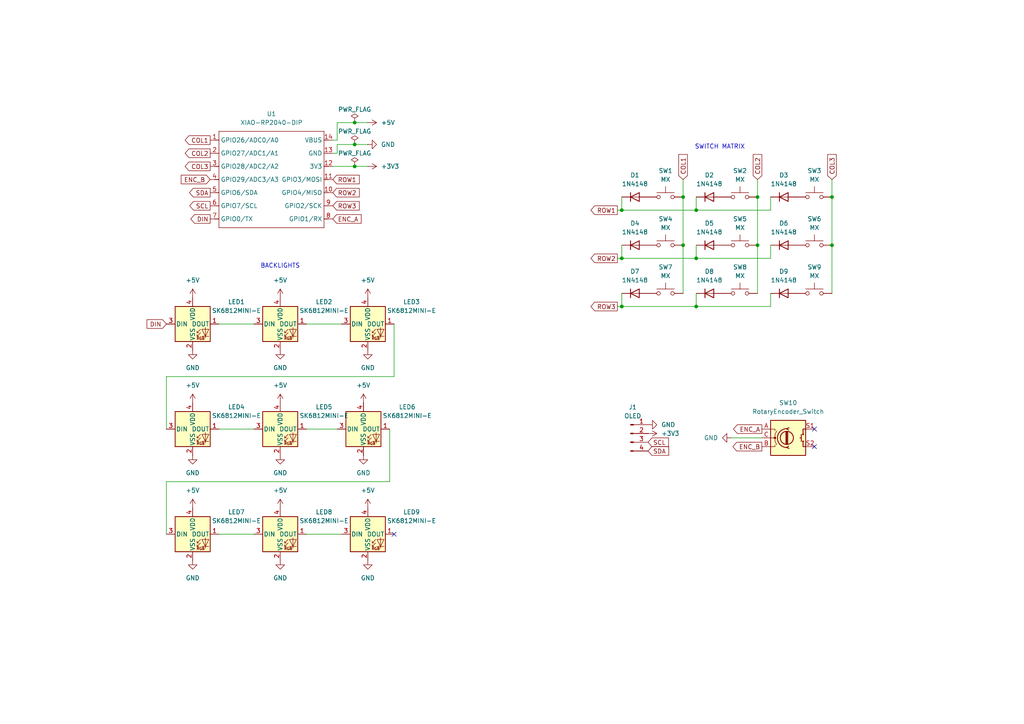
<source format=kicad_sch>
(kicad_sch (version 20250114) (generator "eeschema") (generator_version "9.0")
  (paper "A4")
  (title_block (title "Froskeys") (date "2025-06-22") (rev "1") (company "Frosetrain"))
  (lib_symbols
    (symbol "Connector:Conn_01x04_Pin" (pin_names (offset 1.016) (hide yes))
      (property "Reference" "J" (at 0 5.08 0))
      (property "Value" "Conn_01x04_Pin" (at 0 -7.62 0))
      (symbol "Conn_01x04_Pin_1_1"
        (rectangle (start 0.8636 2.667) (end 0 2.413) (stroke (width 0.1524)) (fill (type outline)))
        (rectangle (start 0.8636 0.127) (end 0 -0.127) (stroke (width 0.1524)) (fill (type outline)))
        (rectangle (start 0.8636 -2.413) (end 0 -2.667) (stroke (width 0.1524)) (fill (type outline)))
        (rectangle (start 0.8636 -4.953) (end 0 -5.207) (stroke (width 0.1524)) (fill (type outline)))
        (polyline (pts (xy 1.27 2.54) (xy 0.8636 2.54)) (stroke (width 0.1524)))
        (polyline (pts (xy 1.27 0) (xy 0.8636 0)) (stroke (width 0.1524)))
        (polyline (pts (xy 1.27 -2.54) (xy 0.8636 -2.54)) (stroke (width 0.1524)))
        (polyline (pts (xy 1.27 -5.08) (xy 0.8636 -5.08)) (stroke (width 0.1524)))
        (pin passive line (at 5.08 2.54 180) (length 3.81) (name "Pin_1") (number "1"))
        (pin passive line (at 5.08 0 180) (length 3.81) (name "Pin_2") (number "2"))
        (pin passive line (at 5.08 -2.54 180) (length 3.81) (name "Pin_3") (number "3"))
        (pin passive line (at 5.08 -5.08 180) (length 3.81) (name "Pin_4") (number "4"))
      )
    )
    (symbol "Device:RotaryEncoder_Switch" (pin_names (offset 0.254) (hide yes))
      (property "Reference" "SW" (at 0 6.604 0))
      (property "Value" "RotaryEncoder_Switch" (at 0 -6.604 0))
      (symbol "RotaryEncoder_Switch_0_1"
        (rectangle (start -5.08 5.08) (end 5.08 -5.08) (stroke (width 0.254)) (fill (type background)))
        (polyline (pts (xy -5.08 2.54) (xy -3.81 2.54) (xy -3.81 2.032)))
        (polyline (pts (xy -5.08 0) (xy -3.81 0) (xy -3.81 -1.016) (xy -3.302 -2.032)))
        (polyline (pts (xy -5.08 -2.54) (xy -3.81 -2.54) (xy -3.81 -2.032)))
        (polyline (pts (xy -4.318 0) (xy -3.81 0) (xy -3.81 1.016) (xy -3.302 2.032)))
        (circle (center -3.81 0) (radius 0.254) (fill (type outline)))
        (polyline (pts (xy -0.635 -1.778) (xy -0.635 1.778)) (stroke (width 0.254)))
        (circle (center -0.381 0) (radius 1.905) (stroke (width 0.254)))
        (polyline (pts (xy -0.381 -1.778) (xy -0.381 1.778)) (stroke (width 0.254)))
        (arc (start -0.381 -2.794) (mid -3.0988 -0.0635) (end -0.381 2.667) (stroke (width 0.254)))
        (polyline (pts (xy -0.127 1.778) (xy -0.127 -1.778)) (stroke (width 0.254)))
        (polyline (pts (xy 0.254 2.921) (xy -0.508 2.667) (xy 0.127 2.286)) (stroke (width 0.254)))
        (polyline (pts (xy 0.254 -3.048) (xy -0.508 -2.794) (xy 0.127 -2.413)) (stroke (width 0.254)))
        (polyline (pts (xy 3.81 1.016) (xy 3.81 -1.016)) (stroke (width 0.254)))
        (polyline (pts (xy 3.81 0) (xy 3.429 0)) (stroke (width 0.254)))
        (circle (center 4.318 1.016) (radius 0.127) (stroke (width 0.254)))
        (circle (center 4.318 -1.016) (radius 0.127) (stroke (width 0.254)))
        (polyline (pts (xy 5.08 2.54) (xy 4.318 2.54) (xy 4.318 1.016)) (stroke (width 0.254)))
        (polyline (pts (xy 5.08 -2.54) (xy 4.318 -2.54) (xy 4.318 -1.016)) (stroke (width 0.254)))
      )
      (symbol "RotaryEncoder_Switch_1_1"
        (pin passive line (at -7.62 2.54 0) (length 2.54) (name "A") (number "A"))
        (pin passive line (at -7.62 0 0) (length 2.54) (name "C") (number "C"))
        (pin passive line (at -7.62 -2.54 0) (length 2.54) (name "B") (number "B"))
        (pin passive line (at 7.62 2.54 180) (length 2.54) (name "S1") (number "S1"))
        (pin passive line (at 7.62 -2.54 180) (length 2.54) (name "S2") (number "S2"))
      )
    )
    (symbol "Diode:1N4148" (pin_numbers (hide yes)) (pin_names (hide yes))
      (property "Reference" "D" (at 0 2.54 0))
      (property "Value" "1N4148" (at 0 -2.54 0))
      (symbol "1N4148_0_1"
        (polyline (pts (xy -1.27 1.27) (xy -1.27 -1.27)) (stroke (width 0.254)))
        (polyline (pts (xy 1.27 1.27) (xy 1.27 -1.27) (xy -1.27 0) (xy 1.27 1.27)) (stroke (width 0.254)))
        (polyline (pts (xy 1.27 0) (xy -1.27 0)))
      )
      (symbol "1N4148_1_1"
        (pin passive line (at -3.81 0 0) (length 2.54) (name "K") (number "1"))
        (pin passive line (at 3.81 0 180) (length 2.54) (name "A") (number "2"))
      )
    )
    (symbol "LED:SK6812MINI" (pin_names (offset 0.254))
      (property "Reference" "D" (at 5.08 5.715 0))
      (property "Value" "SK6812MINI" (at 1.27 -5.715 0))
      (symbol "SK6812MINI_0_0"
        (text "RGB" (at 2.286 -4.191 0) (effects (font (size 0.762 0.762))))
      )
      (symbol "SK6812MINI_0_1"
        (polyline (pts (xy 1.27 -2.54) (xy 1.778 -2.54)))
        (polyline (pts (xy 1.27 -3.556) (xy 1.778 -3.556)))
        (polyline (pts (xy 2.286 -1.524) (xy 1.27 -2.54) (xy 1.27 -2.032)))
        (polyline (pts (xy 2.286 -2.54) (xy 1.27 -3.556) (xy 1.27 -3.048)))
        (polyline (pts (xy 3.683 -1.016) (xy 3.683 -3.556) (xy 3.683 -4.064)))
        (polyline (pts (xy 4.699 -1.524) (xy 2.667 -1.524) (xy 3.683 -3.556) (xy 4.699 -1.524)))
        (polyline (pts (xy 4.699 -3.556) (xy 2.667 -3.556)))
        (rectangle (start 5.08 5.08) (end -5.08 -5.08) (stroke (width 0.254)) (fill (type background)))
      )
      (symbol "SK6812MINI_1_1"
        (pin input line (at -7.62 0 0) (length 2.54) (name "DIN") (number "3"))
        (pin power_in line (at 0 7.62 270) (length 2.54) (name "VDD") (number "4"))
        (pin power_in line (at 0 -7.62 90) (length 2.54) (name "VSS") (number "2"))
        (pin output line (at 7.62 0 180) (length 2.54) (name "DOUT") (number "1"))
      )
    )
    (symbol "OPL:XIAO-RP2040-DIP"
      (property "Reference" "U" (at 0 0 0))
      (property "Value" "XIAO-RP2040-DIP" (at 5.334 -1.778 0))
      (symbol "XIAO-RP2040-DIP_1_0"
        (polyline (pts (xy -1.27 -2.54) (xy 29.21 -2.54)) (stroke (width 0.1524)))
        (polyline (pts (xy -1.27 -5.08) (xy -2.54 -5.08)) (stroke (width 0.1524)))
        (polyline (pts (xy -1.27 -5.08) (xy -1.27 -2.54)) (stroke (width 0.1524)))
        (polyline (pts (xy -1.27 -8.89) (xy -2.54 -8.89)) (stroke (width 0.1524)))
        (polyline (pts (xy -1.27 -8.89) (xy -1.27 -5.08)) (stroke (width 0.1524)))
        (polyline (pts (xy -1.27 -12.7) (xy -2.54 -12.7)) (stroke (width 0.1524)))
        (polyline (pts (xy -1.27 -12.7) (xy -1.27 -8.89)) (stroke (width 0.1524)))
        (polyline (pts (xy -1.27 -16.51) (xy -2.54 -16.51)) (stroke (width 0.1524)))
        (polyline (pts (xy -1.27 -16.51) (xy -1.27 -12.7)) (stroke (width 0.1524)))
        (polyline (pts (xy -1.27 -20.32) (xy -2.54 -20.32)) (stroke (width 0.1524)))
        (polyline (pts (xy -1.27 -24.13) (xy -2.54 -24.13)) (stroke (width 0.1524)))
        (polyline (pts (xy -1.27 -27.94) (xy -2.54 -27.94)) (stroke (width 0.1524)))
        (polyline (pts (xy -1.27 -30.48) (xy -1.27 -16.51)) (stroke (width 0.1524)))
        (polyline (pts (xy 29.21 -2.54) (xy 29.21 -5.08)) (stroke (width 0.1524)))
        (polyline (pts (xy 29.21 -5.08) (xy 29.21 -8.89)) (stroke (width 0.1524)))
        (polyline (pts (xy 29.21 -8.89) (xy 29.21 -12.7)) (stroke (width 0.1524)))
        (polyline (pts (xy 29.21 -12.7) (xy 29.21 -30.48)) (stroke (width 0.1524)))
        (polyline (pts (xy 29.21 -30.48) (xy -1.27 -30.48)) (stroke (width 0.1524)))
        (polyline (pts (xy 30.48 -5.08) (xy 29.21 -5.08)) (stroke (width 0.1524)))
        (polyline (pts (xy 30.48 -8.89) (xy 29.21 -8.89)) (stroke (width 0.1524)))
        (polyline (pts (xy 30.48 -12.7) (xy 29.21 -12.7)) (stroke (width 0.1524)))
        (polyline (pts (xy 30.48 -16.51) (xy 29.21 -16.51)) (stroke (width 0.1524)))
        (polyline (pts (xy 30.48 -20.32) (xy 29.21 -20.32)) (stroke (width 0.1524)))
        (polyline (pts (xy 30.48 -24.13) (xy 29.21 -24.13)) (stroke (width 0.1524)))
        (polyline (pts (xy 30.48 -27.94) (xy 29.21 -27.94)) (stroke (width 0.1524)))
        (pin passive line (at -3.81 -5.08 0) (length 2.54) (name "GPIO26/ADC0/A0") (number "1"))
        (pin passive line (at -3.81 -8.89 0) (length 2.54) (name "GPIO27/ADC1/A1") (number "2"))
        (pin passive line (at -3.81 -12.7 0) (length 2.54) (name "GPIO28/ADC2/A2") (number "3"))
        (pin passive line (at -3.81 -16.51 0) (length 2.54) (name "GPIO29/ADC3/A3") (number "4"))
        (pin passive line (at -3.81 -20.32 0) (length 2.54) (name "GPIO6/SDA") (number "5"))
        (pin passive line (at -3.81 -24.13 0) (length 2.54) (name "GPIO7/SCL") (number "6"))
        (pin passive line (at -3.81 -27.94 0) (length 2.54) (name "GPIO0/TX") (number "7"))
        (pin passive line (at 31.75 -5.08 180) (length 2.54) (name "VBUS") (number "14"))
        (pin passive line (at 31.75 -8.89 180) (length 2.54) (name "GND") (number "13"))
        (pin passive line (at 31.75 -12.7 180) (length 2.54) (name "3V3") (number "12"))
        (pin passive line (at 31.75 -16.51 180) (length 2.54) (name "GPIO3/MOSI") (number "11"))
        (pin passive line (at 31.75 -20.32 180) (length 2.54) (name "GPIO4/MISO") (number "10"))
        (pin passive line (at 31.75 -24.13 180) (length 2.54) (name "GPIO2/SCK") (number "9"))
        (pin passive line (at 31.75 -27.94 180) (length 2.54) (name "GPIO1/RX") (number "8"))
      )
    )
    (symbol "Switch:SW_Push" (pin_numbers (hide yes)) (pin_names (offset 1.016) (hide yes))
      (property "Reference" "SW" (at 1.27 2.54 0))
      (property "Value" "SW_Push" (at 0 -1.524 0))
      (symbol "SW_Push_0_1"
        (circle (center -2.032 0) (radius 0.508))
        (polyline (pts (xy 0 1.27) (xy 0 3.048)))
        (circle (center 2.032 0) (radius 0.508))
        (polyline (pts (xy 2.54 1.27) (xy -2.54 1.27)))
        (pin passive line (at -5.08 0 0) (length 2.54) (name "1") (number "1"))
        (pin passive line (at 5.08 0 180) (length 2.54) (name "2") (number "2"))
      )
    )
    (symbol "power:+3V3" (power) (pin_numbers (hide yes)) (pin_names (offset 0) (hide yes))
      (property "Value" "+3V3" (at 0 3.556 0))
      (symbol "+3V3_0_1"
        (polyline (pts (xy -0.762 1.27) (xy 0 2.54)))
        (polyline (pts (xy 0 2.54) (xy 0.762 1.27)))
        (polyline (pts (xy 0 0) (xy 0 2.54)))
      )
      (symbol "+3V3_1_1"
        (pin power_in line (at 0 0 90) (length 0) (name "~") (number "1"))
      )
    )
    (symbol "power:+5V" (power) (pin_numbers (hide yes)) (pin_names (offset 0) (hide yes))
      (property "Value" "+5V" (at 0 3.556 0))
      (symbol "+5V_0_1"
        (polyline (pts (xy -0.762 1.27) (xy 0 2.54)))
        (polyline (pts (xy 0 2.54) (xy 0.762 1.27)))
        (polyline (pts (xy 0 0) (xy 0 2.54)))
      )
      (symbol "+5V_1_1"
        (pin power_in line (at 0 0 90) (length 0) (name "~") (number "1"))
      )
    )
    (symbol "power:GND" (power) (pin_numbers (hide yes)) (pin_names (offset 0) (hide yes))
      (property "Value" "GND" (at 0 -3.81 0))
      (symbol "GND_0_1"
        (polyline (pts (xy 0 0) (xy 0 -1.27) (xy 1.27 -1.27) (xy 0 -2.54) (xy -1.27 -1.27) (xy 0 -1.27)))
      )
      (symbol "GND_1_1"
        (pin power_in line (at 0 0 270) (length 0) (name "~") (number "1"))
      )
    )
    (symbol "power:PWR_FLAG" (power) (pin_numbers (hide yes)) (pin_names (offset 0) (hide yes))
      (property "Value" "PWR_FLAG" (at 0 3.81 0))
      (symbol "PWR_FLAG_0_0"
        (pin power_out line (at 0 0 90) (length 0) (name "~") (number "1"))
      )
      (symbol "PWR_FLAG_0_1"
        (polyline (pts (xy 0 0) (xy 0 1.27) (xy -1.016 1.905) (xy 0 2.54) (xy 1.016 1.905) (xy 0 1.27)))
      )
    )
  )
  (text "SWITCH MATRIX" (at 208.788 42.672 0) (effects (font (size 1.27 1.27))))
  (text "BACKLIGHTS" (at 81.28 77.216 0) (effects (font (size 1.27 1.27))))
  (junction (at 102.87 35.56))
  (junction (at 180.34 74.93))
  (junction (at 201.93 60.96))
  (junction (at 219.71 71.12))
  (junction (at 219.71 57.15))
  (junction (at 198.12 71.12))
  (junction (at 102.87 41.91))
  (junction (at 241.3 57.15))
  (junction (at 201.93 88.9))
  (junction (at 201.93 74.93))
  (junction (at 241.3 71.12))
  (junction (at 180.34 60.96))
  (junction (at 102.87 48.26))
  (junction (at 180.34 88.9))
  (junction (at 198.12 57.15))
  (no_connect (at 236.22 124.46))
  (no_connect (at 114.3 154.94))
  (no_connect (at 236.22 129.54))
  (wire (pts (xy 63.5 154.94) (xy 73.66 154.94)))
  (wire (pts (xy 223.52 74.93) (xy 201.93 74.93)))
  (wire (pts (xy 97.79 40.64) (xy 96.52 40.64)))
  (wire (pts (xy 223.52 88.9) (xy 201.93 88.9)))
  (wire (pts (xy 102.87 41.91) (xy 97.79 41.91)))
  (wire (pts (xy 198.12 52.07) (xy 198.12 57.15)))
  (wire (pts (xy 97.79 35.56) (xy 97.79 40.64)))
  (wire (pts (xy 201.93 60.96) (xy 180.34 60.96)))
  (wire (pts (xy 113.03 124.46) (xy 113.03 139.7)))
  (wire (pts (xy 223.52 60.96) (xy 201.93 60.96)))
  (wire (pts (xy 241.3 57.15) (xy 241.3 52.07)))
  (wire (pts (xy 102.87 35.56) (xy 97.79 35.56)))
  (wire (pts (xy 48.26 109.22) (xy 48.26 124.46)))
  (wire (pts (xy 106.68 35.56) (xy 102.87 35.56)))
  (wire (pts (xy 223.52 71.12) (xy 223.52 74.93)))
  (wire (pts (xy 88.9 154.94) (xy 99.06 154.94)))
  (wire (pts (xy 223.52 85.09) (xy 223.52 88.9)))
  (wire (pts (xy 201.93 88.9) (xy 180.34 88.9)))
  (wire (pts (xy 201.93 74.93) (xy 180.34 74.93)))
  (wire (pts (xy 48.26 154.94) (xy 48.26 139.7)))
  (wire (pts (xy 97.79 44.45) (xy 96.52 44.45)))
  (wire (pts (xy 179.07 60.96) (xy 180.34 60.96)))
  (wire (pts (xy 223.52 57.15) (xy 223.52 60.96)))
  (wire (pts (xy 219.71 71.12) (xy 219.71 57.15)))
  (wire (pts (xy 88.9 93.98) (xy 99.06 93.98)))
  (wire (pts (xy 114.3 109.22) (xy 48.26 109.22)))
  (wire (pts (xy 88.9 124.46) (xy 97.79 124.46)))
  (wire (pts (xy 201.93 85.09) (xy 201.93 88.9)))
  (wire (pts (xy 96.52 48.26) (xy 102.87 48.26)))
  (wire (pts (xy 179.07 88.9) (xy 180.34 88.9)))
  (wire (pts (xy 180.34 85.09) (xy 180.34 88.9)))
  (wire (pts (xy 219.71 85.09) (xy 219.71 71.12)))
  (wire (pts (xy 180.34 71.12) (xy 180.34 74.93)))
  (wire (pts (xy 198.12 71.12) (xy 198.12 57.15)))
  (wire (pts (xy 241.3 85.09) (xy 241.3 71.12)))
  (wire (pts (xy 179.07 74.93) (xy 180.34 74.93)))
  (wire (pts (xy 219.71 52.07) (xy 219.71 57.15)))
  (wire (pts (xy 212.09 127) (xy 220.98 127)))
  (wire (pts (xy 106.68 41.91) (xy 102.87 41.91)))
  (wire (pts (xy 48.26 139.7) (xy 113.03 139.7)))
  (wire (pts (xy 63.5 124.46) (xy 73.66 124.46)))
  (wire (pts (xy 201.93 57.15) (xy 201.93 60.96)))
  (wire (pts (xy 180.34 57.15) (xy 180.34 60.96)))
  (wire (pts (xy 97.79 41.91) (xy 97.79 44.45)))
  (wire (pts (xy 63.5 93.98) (xy 73.66 93.98)))
  (wire (pts (xy 241.3 71.12) (xy 241.3 57.15)))
  (wire (pts (xy 114.3 93.98) (xy 114.3 109.22)))
  (wire (pts (xy 102.87 48.26) (xy 106.68 48.26)))
  (wire (pts (xy 201.93 71.12) (xy 201.93 74.93)))
  (wire (pts (xy 198.12 85.09) (xy 198.12 71.12)))
  (global_label "ROW3" (shape output) (at 179.07 88.9 180) (property "Intersheetrefs" "${INTERSHEET_REFS}" (effects (hide yes))))
  (global_label "ENC_A" (shape input) (at 96.52 63.5 0) (property "Intersheetrefs" "${INTERSHEET_REFS}" (effects (hide yes))))
  (global_label "SCL" (shape output) (at 60.96 59.69 180) (property "Intersheetrefs" "${INTERSHEET_REFS}" (effects (hide yes))))
  (global_label "ENC_B" (shape output) (at 220.98 129.54 180) (property "Intersheetrefs" "${INTERSHEET_REFS}" (effects (hide yes))))
  (global_label "ROW2" (shape output) (at 179.07 74.93 180) (property "Intersheetrefs" "${INTERSHEET_REFS}" (effects (hide yes))))
  (global_label "ROW3" (shape input) (at 96.52 59.69 0) (property "Intersheetrefs" "${INTERSHEET_REFS}" (effects (hide yes))))
  (global_label "SDA" (shape output) (at 60.96 55.88 180) (property "Intersheetrefs" "${INTERSHEET_REFS}" (effects (hide yes))))
  (global_label "DIN" (shape output) (at 60.96 63.5 180) (property "Intersheetrefs" "${INTERSHEET_REFS}" (effects (hide yes))))
  (global_label "SDA" (shape input) (at 187.96 130.81 0) (property "Intersheetrefs" "${INTERSHEET_REFS}" (effects (hide yes))))
  (global_label "COL1" (shape input) (at 198.12 52.07 90) (property "Intersheetrefs" "${INTERSHEET_REFS}" (effects (hide yes))))
  (global_label "COL3" (shape input) (at 241.3 52.07 90) (property "Intersheetrefs" "${INTERSHEET_REFS}" (effects (hide yes))))
  (global_label "COL3" (shape output) (at 60.96 48.26 180) (property "Intersheetrefs" "${INTERSHEET_REFS}" (effects (hide yes))))
  (global_label "COL2" (shape input) (at 219.71 52.07 90) (property "Intersheetrefs" "${INTERSHEET_REFS}" (effects (hide yes))))
  (global_label "ENC_A" (shape output) (at 220.98 124.46 180) (property "Intersheetrefs" "${INTERSHEET_REFS}" (effects (hide yes))))
  (global_label "DIN" (shape input) (at 48.26 93.98 180) (property "Intersheetrefs" "${INTERSHEET_REFS}" (effects (hide yes))))
  (global_label "SCL" (shape input) (at 187.96 128.27 0) (property "Intersheetrefs" "${INTERSHEET_REFS}" (effects (hide yes))))
  (global_label "ROW1" (shape input) (at 96.52 52.07 0) (property "Intersheetrefs" "${INTERSHEET_REFS}" (effects (hide yes))))
  (global_label "ROW1" (shape output) (at 179.07 60.96 180) (property "Intersheetrefs" "${INTERSHEET_REFS}" (effects (hide yes))))
  (global_label "ROW2" (shape input) (at 96.52 55.88 0) (property "Intersheetrefs" "${INTERSHEET_REFS}" (effects (hide yes))))
  (global_label "ENC_B" (shape input) (at 60.96 52.07 180) (property "Intersheetrefs" "${INTERSHEET_REFS}" (effects (hide yes))))
  (global_label "COL2" (shape output) (at 60.96 44.45 180) (property "Intersheetrefs" "${INTERSHEET_REFS}" (effects (hide yes))))
  (global_label "COL1" (shape output) (at 60.96 40.64 180) (property "Intersheetrefs" "${INTERSHEET_REFS}" (effects (hide yes))))
  (symbol (lib_id "power:GND") (at 187.96 123.19 90) (unit 1)
    (property "Reference" "#PWR03" (effects (hide yes)))
    (property "Value" "GND" (at 191.77 123.1899 90) (effects (justify right)))
    (property "Description" "Power symbol creates a global label with name \"GND\" , ground" (effects (hide yes)))
  )
  (symbol (lib_id "power:GND") (at 105.41 132.08 0) (unit 1)
    (property "Reference" "#PWR017" (effects (hide yes)))
    (property "Value" "GND" (at 105.41 137.16 0))
    (property "Description" "Power symbol creates a global label with name \"GND\" , ground" (effects (hide yes)))
  )
  (symbol (lib_id "LED:SK6812MINI") (at 105.41 124.46 0) (unit 1)
    (property "Reference" "LED6" (at 118.11 118.0398 0))
    (property "Value" "SK6812MINI-E" (at 118.11 120.5798 0))
    (property "Footprint" "Keyboard Parts:MX_SK6812MINI-E" (effects (hide yes)))
    (property "Datasheet" "https://cdn-shop.adafruit.com/product-files/2686/SK6812MINI_REV.01-1-2.pdf" (effects (hide yes)))
    (property "Description" "RGB LED with integrated controller" (effects (hide yes)))
  )
  (symbol (lib_id "power:PWR_FLAG") (at 102.87 41.91 0) (unit 1)
    (property "Reference" "#FLG02" (effects (hide yes)))
    (property "Value" "PWR_FLAG" (at 102.87 38.1 0))
    (property "Description" "Special symbol for telling ERC where power comes from" (effects (hide yes)))
  )
  (symbol (lib_id "Diode:1N4148") (at 184.15 57.15 0) (unit 1)
    (property "Reference" "D1" (at 184.15 50.8 0))
    (property "Value" "1N4148" (at 184.15 53.34 0))
    (property "Footprint" "Diode_THT:D_DO-35_SOD27_P7.62mm_Horizontal" (effects (hide yes)))
    (property "Datasheet" "https://assets.nexperia.com/documents/data-sheet/1N4148_1N4448.pdf" (effects (hide yes)))
    (property "Description" "100V 0.15A standard switching diode, DO-35" (effects (hide yes)))
    (property "Sim.Device" "D" (effects (hide yes)))
    (property "Sim.Pins" "1=K 2=A" (effects (hide yes)))
  )
  (symbol (lib_id "LED:SK6812MINI") (at 55.88 93.98 0) (unit 1)
    (property "Reference" "LED1" (at 68.58 87.5598 0))
    (property "Value" "SK6812MINI-E" (at 68.58 90.0998 0))
    (property "Footprint" "Keyboard Parts:MX_SK6812MINI-E" (effects (hide yes)))
    (property "Datasheet" "https://cdn-shop.adafruit.com/product-files/2686/SK6812MINI_REV.01-1-2.pdf" (effects (hide yes)))
    (property "Description" "RGB LED with integrated controller" (effects (hide yes)))
  )
  (symbol (lib_id "LED:SK6812MINI") (at 106.68 93.98 0) (unit 1)
    (property "Reference" "LED3" (at 119.38 87.5598 0))
    (property "Value" "SK6812MINI-E" (at 119.38 90.0998 0))
    (property "Footprint" "Keyboard Parts:MX_SK6812MINI-E" (effects (hide yes)))
    (property "Datasheet" "https://cdn-shop.adafruit.com/product-files/2686/SK6812MINI_REV.01-1-2.pdf" (effects (hide yes)))
    (property "Description" "RGB LED with integrated controller" (effects (hide yes)))
  )
  (symbol (lib_id "power:+5V") (at 81.28 86.36 0) (unit 1)
    (property "Reference" "#PWR06" (effects (hide yes)))
    (property "Value" "+5V" (at 81.28 81.28 0))
    (property "Description" "Power symbol creates a global label with name \"+5V\"" (effects (hide yes)))
  )
  (symbol (lib_id "Diode:1N4148") (at 205.74 57.15 0) (unit 1)
    (property "Reference" "D2" (at 205.74 50.8 0))
    (property "Value" "1N4148" (at 205.74 53.34 0))
    (property "Footprint" "Diode_THT:D_DO-35_SOD27_P7.62mm_Horizontal" (effects (hide yes)))
    (property "Datasheet" "https://assets.nexperia.com/documents/data-sheet/1N4148_1N4448.pdf" (effects (hide yes)))
    (property "Description" "100V 0.15A standard switching diode, DO-35" (effects (hide yes)))
    (property "Sim.Device" "D" (effects (hide yes)))
    (property "Sim.Pins" "1=K 2=A" (effects (hide yes)))
  )
  (symbol (lib_id "Switch:SW_Push") (at 214.63 57.15 0) (unit 1)
    (property "Reference" "SW2" (at 214.63 49.53 0))
    (property "Value" "MX" (at 214.63 52.07 0))
    (property "Footprint" "MX:MX-Solderable-1U" (effects (hide yes)))
    (property "Description" "Push button switch, generic, two pins" (effects (hide yes)))
  )
  (symbol (lib_id "power:PWR_FLAG") (at 102.87 35.56 0) (unit 1)
    (property "Reference" "#FLG03" (effects (hide yes)))
    (property "Value" "PWR_FLAG" (at 102.87 31.75 0))
    (property "Description" "Special symbol for telling ERC where power comes from" (effects (hide yes)))
  )
  (symbol (lib_id "Connector:Conn_01x04_Pin") (at 182.88 125.73 0) (unit 1)
    (property "Reference" "J1" (at 183.515 118.11 0))
    (property "Value" "OLED" (at 183.515 120.65 0))
    (property "Footprint" "OLED:SSD1306-0.91-OLED-4pin-128x32" (effects (hide yes)))
    (property "Description" "Generic connector, single row, 01x04, script generated" (effects (hide yes)))
  )
  (symbol (lib_id "Diode:1N4148") (at 227.33 71.12 0) (unit 1)
    (property "Reference" "D6" (at 227.33 64.77 0))
    (property "Value" "1N4148" (at 227.33 67.31 0))
    (property "Footprint" "Diode_THT:D_DO-35_SOD27_P7.62mm_Horizontal" (effects (hide yes)))
    (property "Datasheet" "https://assets.nexperia.com/documents/data-sheet/1N4148_1N4448.pdf" (effects (hide yes)))
    (property "Description" "100V 0.15A standard switching diode, DO-35" (effects (hide yes)))
    (property "Sim.Device" "D" (effects (hide yes)))
    (property "Sim.Pins" "1=K 2=A" (effects (hide yes)))
  )
  (symbol (lib_id "Switch:SW_Push") (at 236.22 57.15 0) (unit 1)
    (property "Reference" "SW3" (at 236.22 49.53 0))
    (property "Value" "MX" (at 236.22 52.07 0))
    (property "Footprint" "MX:MX-Solderable-1U" (effects (hide yes)))
    (property "Description" "Push button switch, generic, two pins" (effects (hide yes)))
  )
  (symbol (lib_id "LED:SK6812MINI") (at 81.28 124.46 0) (unit 1)
    (property "Reference" "LED5" (at 93.98 118.0398 0))
    (property "Value" "SK6812MINI-E" (at 93.98 120.5798 0))
    (property "Footprint" "Keyboard Parts:MX_SK6812MINI-E" (effects (hide yes)))
    (property "Datasheet" "https://cdn-shop.adafruit.com/product-files/2686/SK6812MINI_REV.01-1-2.pdf" (effects (hide yes)))
    (property "Description" "RGB LED with integrated controller" (effects (hide yes)))
  )
  (symbol (lib_id "LED:SK6812MINI") (at 55.88 154.94 0) (unit 1)
    (property "Reference" "LED7" (at 68.58 148.5198 0))
    (property "Value" "SK6812MINI-E" (at 68.58 151.0598 0))
    (property "Footprint" "Keyboard Parts:MX_SK6812MINI-E" (effects (hide yes)))
    (property "Datasheet" "https://cdn-shop.adafruit.com/product-files/2686/SK6812MINI_REV.01-1-2.pdf" (effects (hide yes)))
    (property "Description" "RGB LED with integrated controller" (effects (hide yes)))
  )
  (symbol (lib_id "power:PWR_FLAG") (at 102.87 48.26 0) (unit 1)
    (property "Reference" "#FLG01" (effects (hide yes)))
    (property "Value" "PWR_FLAG" (at 102.87 44.45 0))
    (property "Description" "Special symbol for telling ERC where power comes from" (effects (hide yes)))
  )
  (symbol (lib_id "power:+5V") (at 106.68 35.56 270) (unit 1)
    (property "Reference" "#PWR01" (effects (hide yes)))
    (property "Value" "+5V" (at 110.49 35.5599 90) (effects (justify left)))
    (property "Description" "Power symbol creates a global label with name \"+5V\"" (effects (hide yes)))
  )
  (symbol (lib_id "power:GND") (at 55.88 132.08 0) (unit 1)
    (property "Reference" "#PWR013" (effects (hide yes)))
    (property "Value" "GND" (at 55.88 137.16 0))
    (property "Description" "Power symbol creates a global label with name \"GND\" , ground" (effects (hide yes)))
  )
  (symbol (lib_id "power:+5V") (at 55.88 147.32 0) (unit 1)
    (property "Reference" "#PWR018" (effects (hide yes)))
    (property "Value" "+5V" (at 55.88 142.24 0))
    (property "Description" "Power symbol creates a global label with name \"+5V\"" (effects (hide yes)))
  )
  (symbol (lib_id "Switch:SW_Push") (at 236.22 85.09 0) (unit 1)
    (property "Reference" "SW9" (at 236.22 77.47 0))
    (property "Value" "MX" (at 236.22 80.01 0))
    (property "Footprint" "MX:MX-Solderable-1U" (effects (hide yes)))
    (property "Description" "Push button switch, generic, two pins" (effects (hide yes)))
  )
  (symbol (lib_id "Diode:1N4148") (at 227.33 85.09 0) (unit 1)
    (property "Reference" "D9" (at 227.33 78.74 0))
    (property "Value" "1N4148" (at 227.33 81.28 0))
    (property "Footprint" "Diode_THT:D_DO-35_SOD27_P7.62mm_Horizontal" (effects (hide yes)))
    (property "Datasheet" "https://assets.nexperia.com/documents/data-sheet/1N4148_1N4448.pdf" (effects (hide yes)))
    (property "Description" "100V 0.15A standard switching diode, DO-35" (effects (hide yes)))
    (property "Sim.Device" "D" (effects (hide yes)))
    (property "Sim.Pins" "1=K 2=A" (effects (hide yes)))
  )
  (symbol (lib_id "Diode:1N4148") (at 205.74 85.09 0) (unit 1)
    (property "Reference" "D8" (at 205.74 78.74 0))
    (property "Value" "1N4148" (at 205.74 81.28 0))
    (property "Footprint" "Diode_THT:D_DO-35_SOD27_P7.62mm_Horizontal" (effects (hide yes)))
    (property "Datasheet" "https://assets.nexperia.com/documents/data-sheet/1N4148_1N4448.pdf" (effects (hide yes)))
    (property "Description" "100V 0.15A standard switching diode, DO-35" (effects (hide yes)))
    (property "Sim.Device" "D" (effects (hide yes)))
    (property "Sim.Pins" "1=K 2=A" (effects (hide yes)))
  )
  (symbol (lib_id "LED:SK6812MINI") (at 81.28 154.94 0) (unit 1)
    (property "Reference" "LED8" (at 93.98 148.5198 0))
    (property "Value" "SK6812MINI-E" (at 93.98 151.0598 0))
    (property "Footprint" "Keyboard Parts:MX_SK6812MINI-E" (effects (hide yes)))
    (property "Datasheet" "https://cdn-shop.adafruit.com/product-files/2686/SK6812MINI_REV.01-1-2.pdf" (effects (hide yes)))
    (property "Description" "RGB LED with integrated controller" (effects (hide yes)))
  )
  (symbol (lib_id "LED:SK6812MINI") (at 106.68 154.94 0) (unit 1)
    (property "Reference" "LED9" (at 119.38 148.5198 0))
    (property "Value" "SK6812MINI-E" (at 119.38 151.0598 0))
    (property "Footprint" "Keyboard Parts:MX_SK6812MINI-E" (effects (hide yes)))
    (property "Datasheet" "https://cdn-shop.adafruit.com/product-files/2686/SK6812MINI_REV.01-1-2.pdf" (effects (hide yes)))
    (property "Description" "RGB LED with integrated controller" (effects (hide yes)))
  )
  (symbol (lib_id "Device:RotaryEncoder_Switch") (at 228.6 127 0) (unit 1)
    (property "Reference" "SW10" (at 228.6 116.84 0))
    (property "Value" "RotaryEncoder_Switch" (at 228.6 119.38 0))
    (property "Footprint" "Rotary_Encoder:RotaryEncoder_Alps_EC11E-Switch_Vertical_H20mm" (effects (hide yes)))
    (property "Description" "Rotary encoder, dual channel, incremental quadrate outputs, with switch" (effects (hide yes)))
  )
  (symbol (lib_id "Diode:1N4148") (at 227.33 57.15 0) (unit 1)
    (property "Reference" "D3" (at 227.33 50.8 0))
    (property "Value" "1N4148" (at 227.33 53.34 0))
    (property "Footprint" "Diode_THT:D_DO-35_SOD27_P7.62mm_Horizontal" (effects (hide yes)))
    (property "Datasheet" "https://assets.nexperia.com/documents/data-sheet/1N4148_1N4448.pdf" (effects (hide yes)))
    (property "Description" "100V 0.15A standard switching diode, DO-35" (effects (hide yes)))
    (property "Sim.Device" "D" (effects (hide yes)))
    (property "Sim.Pins" "1=K 2=A" (effects (hide yes)))
  )
  (symbol (lib_id "Switch:SW_Push") (at 214.63 85.09 0) (unit 1)
    (property "Reference" "SW8" (at 214.63 77.47 0))
    (property "Value" "MX" (at 214.63 80.01 0))
    (property "Footprint" "MX:MX-Solderable-1U" (effects (hide yes)))
    (property "Description" "Push button switch, generic, two pins" (effects (hide yes)))
  )
  (symbol (lib_id "power:+5V") (at 106.68 147.32 0) (unit 1)
    (property "Reference" "#PWR022" (effects (hide yes)))
    (property "Value" "+5V" (at 106.68 142.24 0))
    (property "Description" "Power symbol creates a global label with name \"+5V\"" (effects (hide yes)))
  )
  (symbol (lib_id "power:GND") (at 55.88 162.56 0) (unit 1)
    (property "Reference" "#PWR019" (effects (hide yes)))
    (property "Value" "GND" (at 55.88 167.64 0))
    (property "Description" "Power symbol creates a global label with name \"GND\" , ground" (effects (hide yes)))
  )
  (symbol (lib_id "Switch:SW_Push") (at 193.04 85.09 0) (unit 1)
    (property "Reference" "SW7" (at 193.04 77.47 0))
    (property "Value" "MX" (at 193.04 80.01 0))
    (property "Footprint" "MX:MX-Solderable-1U" (effects (hide yes)))
    (property "Description" "Push button switch, generic, two pins" (effects (hide yes)))
  )
  (symbol (lib_id "Switch:SW_Push") (at 214.63 71.12 0) (unit 1)
    (property "Reference" "SW5" (at 214.63 63.5 0))
    (property "Value" "MX" (at 214.63 66.04 0))
    (property "Footprint" "MX:MX-Solderable-1U" (effects (hide yes)))
    (property "Description" "Push button switch, generic, two pins" (effects (hide yes)))
  )
  (symbol (lib_id "power:GND") (at 106.68 162.56 0) (unit 1)
    (property "Reference" "#PWR023" (effects (hide yes)))
    (property "Value" "GND" (at 106.68 167.64 0))
    (property "Description" "Power symbol creates a global label with name \"GND\" , ground" (effects (hide yes)))
  )
  (symbol (lib_id "Diode:1N4148") (at 184.15 85.09 0) (unit 1)
    (property "Reference" "D7" (at 184.15 78.74 0))
    (property "Value" "1N4148" (at 184.15 81.28 0))
    (property "Footprint" "Diode_THT:D_DO-35_SOD27_P7.62mm_Horizontal" (effects (hide yes)))
    (property "Datasheet" "https://assets.nexperia.com/documents/data-sheet/1N4148_1N4448.pdf" (effects (hide yes)))
    (property "Description" "100V 0.15A standard switching diode, DO-35" (effects (hide yes)))
    (property "Sim.Device" "D" (effects (hide yes)))
    (property "Sim.Pins" "1=K 2=A" (effects (hide yes)))
  )
  (symbol (lib_id "LED:SK6812MINI") (at 55.88 124.46 0) (unit 1)
    (property "Reference" "LED4" (at 68.58 118.0398 0))
    (property "Value" "SK6812MINI-E" (at 68.58 120.5798 0))
    (property "Footprint" "Keyboard Parts:MX_SK6812MINI-E" (effects (hide yes)))
    (property "Datasheet" "https://cdn-shop.adafruit.com/product-files/2686/SK6812MINI_REV.01-1-2.pdf" (effects (hide yes)))
    (property "Description" "RGB LED with integrated controller" (effects (hide yes)))
  )
  (symbol (lib_id "power:GND") (at 212.09 127 270) (unit 1)
    (property "Reference" "#PWR029" (effects (hide yes)))
    (property "Value" "GND" (at 208.28 126.9999 90) (effects (justify right)))
    (property "Description" "Power symbol creates a global label with name \"GND\" , ground" (effects (hide yes)))
  )
  (symbol (lib_id "power:GND") (at 106.68 101.6 0) (unit 1)
    (property "Reference" "#PWR010" (effects (hide yes)))
    (property "Value" "GND" (at 106.68 106.68 0))
    (property "Description" "Power symbol creates a global label with name \"GND\" , ground" (effects (hide yes)))
  )
  (symbol (lib_id "power:+5V") (at 55.88 86.36 0) (unit 1)
    (property "Reference" "#PWR05" (effects (hide yes)))
    (property "Value" "+5V" (at 55.88 81.28 0))
    (property "Description" "Power symbol creates a global label with name \"+5V\"" (effects (hide yes)))
  )
  (symbol (lib_id "power:GND") (at 81.28 101.6 0) (unit 1)
    (property "Reference" "#PWR07" (effects (hide yes)))
    (property "Value" "GND" (at 81.28 106.68 0))
    (property "Description" "Power symbol creates a global label with name \"GND\" , ground" (effects (hide yes)))
  )
  (symbol (lib_id "Switch:SW_Push") (at 193.04 71.12 0) (unit 1)
    (property "Reference" "SW4" (at 193.04 63.5 0))
    (property "Value" "MX" (at 193.04 66.04 0))
    (property "Footprint" "MX:MX-Solderable-1U" (effects (hide yes)))
    (property "Description" "Push button switch, generic, two pins" (effects (hide yes)))
  )
  (symbol (lib_id "OPL:XIAO-RP2040-DIP") (at 64.77 35.56 0) (unit 1)
    (property "Reference" "U1" (at 78.74 33.02 0))
    (property "Value" "XIAO-RP2040-DIP" (at 78.74 35.56 0))
    (property "Footprint" "OPL:XIAO-RP2040-DIP" (effects (hide yes)))
  )
  (symbol (lib_id "Switch:SW_Push") (at 236.22 71.12 0) (unit 1)
    (property "Reference" "SW6" (at 236.22 63.5 0))
    (property "Value" "MX" (at 236.22 66.04 0))
    (property "Footprint" "MX:MX-Solderable-1U" (effects (hide yes)))
    (property "Description" "Push button switch, generic, two pins" (effects (hide yes)))
  )
  (symbol (lib_id "power:+5V") (at 106.68 86.36 0) (unit 1)
    (property "Reference" "#PWR08" (effects (hide yes)))
    (property "Value" "+5V" (at 106.68 81.28 0))
    (property "Description" "Power symbol creates a global label with name \"+5V\"" (effects (hide yes)))
  )
  (symbol (lib_id "power:GND") (at 106.68 41.91 90) (unit 1)
    (property "Reference" "#PWR02" (effects (hide yes)))
    (property "Value" "GND" (at 110.49 41.9099 90) (effects (justify right)))
    (property "Description" "Power symbol creates a global label with name \"GND\" , ground" (effects (hide yes)))
  )
  (symbol (lib_id "Diode:1N4148") (at 184.15 71.12 0) (unit 1)
    (property "Reference" "D4" (at 184.15 64.77 0))
    (property "Value" "1N4148" (at 184.15 67.31 0))
    (property "Footprint" "Diode_THT:D_DO-35_SOD27_P7.62mm_Horizontal" (effects (hide yes)))
    (property "Datasheet" "https://assets.nexperia.com/documents/data-sheet/1N4148_1N4448.pdf" (effects (hide yes)))
    (property "Description" "100V 0.15A standard switching diode, DO-35" (effects (hide yes)))
    (property "Sim.Device" "D" (effects (hide yes)))
    (property "Sim.Pins" "1=K 2=A" (effects (hide yes)))
  )
  (symbol (lib_id "power:+5V") (at 55.88 116.84 0) (unit 1)
    (property "Reference" "#PWR012" (effects (hide yes)))
    (property "Value" "+5V" (at 55.88 111.76 0))
    (property "Description" "Power symbol creates a global label with name \"+5V\"" (effects (hide yes)))
  )
  (symbol (lib_id "power:GND") (at 81.28 162.56 0) (unit 1)
    (property "Reference" "#PWR021" (effects (hide yes)))
    (property "Value" "GND" (at 81.28 167.64 0))
    (property "Description" "Power symbol creates a global label with name \"GND\" , ground" (effects (hide yes)))
  )
  (symbol (lib_id "power:GND") (at 81.28 132.08 0) (unit 1)
    (property "Reference" "#PWR015" (effects (hide yes)))
    (property "Value" "GND" (at 81.28 137.16 0))
    (property "Description" "Power symbol creates a global label with name \"GND\" , ground" (effects (hide yes)))
  )
  (symbol (lib_id "power:+5V") (at 81.28 116.84 0) (unit 1)
    (property "Reference" "#PWR014" (effects (hide yes)))
    (property "Value" "+5V" (at 81.28 111.76 0))
    (property "Description" "Power symbol creates a global label with name \"+5V\"" (effects (hide yes)))
  )
  (symbol (lib_id "power:+5V") (at 81.28 147.32 0) (unit 1)
    (property "Reference" "#PWR020" (effects (hide yes)))
    (property "Value" "+5V" (at 81.28 142.24 0))
    (property "Description" "Power symbol creates a global label with name \"+5V\"" (effects (hide yes)))
  )
  (symbol (lib_id "Diode:1N4148") (at 205.74 71.12 0) (unit 1)
    (property "Reference" "D5" (at 205.74 64.77 0))
    (property "Value" "1N4148" (at 205.74 67.31 0))
    (property "Footprint" "Diode_THT:D_DO-35_SOD27_P7.62mm_Horizontal" (effects (hide yes)))
    (property "Datasheet" "https://assets.nexperia.com/documents/data-sheet/1N4148_1N4448.pdf" (effects (hide yes)))
    (property "Description" "100V 0.15A standard switching diode, DO-35" (effects (hide yes)))
    (property "Sim.Device" "D" (effects (hide yes)))
    (property "Sim.Pins" "1=K 2=A" (effects (hide yes)))
  )
  (symbol (lib_id "Switch:SW_Push") (at 193.04 57.15 0) (unit 1)
    (property "Reference" "SW1" (at 193.04 49.53 0))
    (property "Value" "MX" (at 193.04 52.07 0))
    (property "Footprint" "MX:MX-Solderable-1U" (effects (hide yes)))
    (property "Description" "Push button switch, generic, two pins" (effects (hide yes)))
  )
  (symbol (lib_id "power:+3V3") (at 187.96 125.73 270) (unit 1)
    (property "Reference" "#PWR04" (effects (hide yes)))
    (property "Value" "+3V3" (at 191.77 125.7299 90) (effects (justify left)))
    (property "Description" "Power symbol creates a global label with name \"+3V3\"" (effects (hide yes)))
  )
  (symbol (lib_id "power:GND") (at 55.88 101.6 0) (unit 1)
    (property "Reference" "#PWR011" (effects (hide yes)))
    (property "Value" "GND" (at 55.88 106.68 0))
    (property "Description" "Power symbol creates a global label with name \"GND\" , ground" (effects (hide yes)))
  )
  (symbol (lib_id "LED:SK6812MINI") (at 81.28 93.98 0) (unit 1)
    (property "Reference" "LED2" (at 93.98 87.5598 0))
    (property "Value" "SK6812MINI-E" (at 93.98 90.0998 0))
    (property "Footprint" "Keyboard Parts:MX_SK6812MINI-E" (effects (hide yes)))
    (property "Datasheet" "https://cdn-shop.adafruit.com/product-files/2686/SK6812MINI_REV.01-1-2.pdf" (effects (hide yes)))
    (property "Description" "RGB LED with integrated controller" (effects (hide yes)))
  )
  (symbol (lib_id "power:+3V3") (at 106.68 48.26 270) (unit 1)
    (property "Reference" "#PWR09" (effects (hide yes)))
    (property "Value" "+3V3" (at 110.49 48.2599 90) (effects (justify left)))
    (property "Description" "Power symbol creates a global label with name \"+3V3\"" (effects (hide yes)))
  )
  (symbol (lib_id "power:+5V") (at 105.41 116.84 0) (unit 1)
    (property "Reference" "#PWR016" (effects (hide yes)))
    (property "Value" "+5V" (at 105.41 111.76 0))
    (property "Description" "Power symbol creates a global label with name \"+5V\"" (effects (hide yes)))
  )
)
</source>
